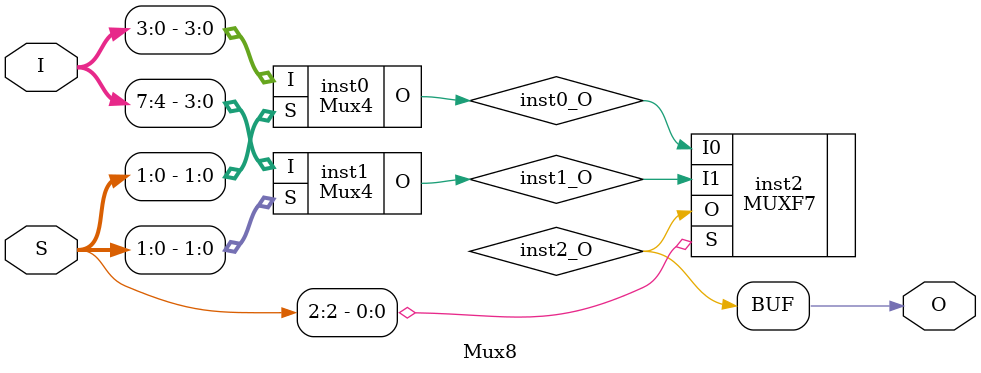
<source format=v>
module Mux4 (input [3:0] I, input [1:0] S, output  O);
wire  inst0_O;
LUT6 #(.INIT(64'hFF00F0F0CCCCAAAA)) inst0 (.I0(I[0]), .I1(I[1]), .I2(I[2]), .I3(I[3]), .I4(S[0]), .I5(S[1]), .O(inst0_O));
assign O = inst0_O;
endmodule

module Mux8 (input [7:0] I, input [2:0] S, output  O);
wire  inst0_O;
wire  inst1_O;
wire  inst2_O;
Mux4 inst0 (.I({I[3],I[2],I[1],I[0]}), .S({S[1],S[0]}), .O(inst0_O));
Mux4 inst1 (.I({I[7],I[6],I[5],I[4]}), .S({S[1],S[0]}), .O(inst1_O));
MUXF7 inst2 (.I0(inst0_O), .I1(inst1_O), .S(S[2]), .O(inst2_O));
assign O = inst2_O;
endmodule


</source>
